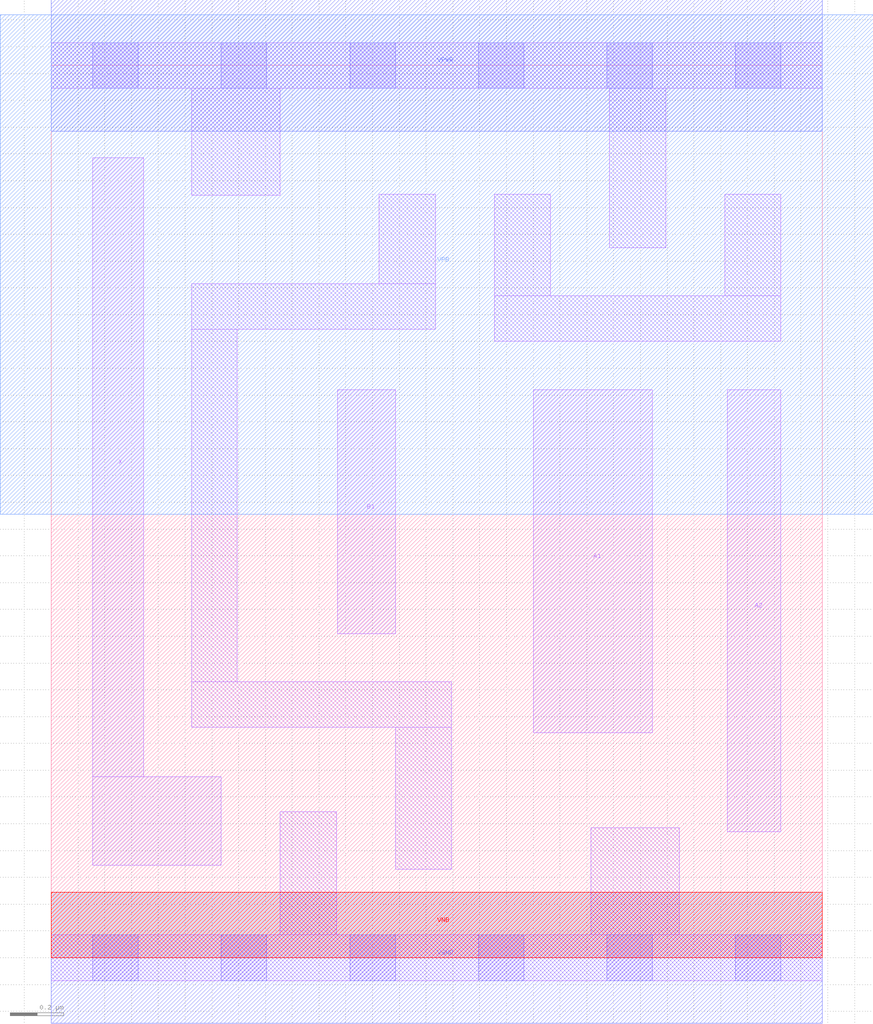
<source format=lef>
# Copyright 2020 The SkyWater PDK Authors
#
# Licensed under the Apache License, Version 2.0 (the "License");
# you may not use this file except in compliance with the License.
# You may obtain a copy of the License at
#
#     https://www.apache.org/licenses/LICENSE-2.0
#
# Unless required by applicable law or agreed to in writing, software
# distributed under the License is distributed on an "AS IS" BASIS,
# WITHOUT WARRANTIES OR CONDITIONS OF ANY KIND, either express or implied.
# See the License for the specific language governing permissions and
# limitations under the License.
#
# SPDX-License-Identifier: Apache-2.0

VERSION 5.7 ;
  NOWIREEXTENSIONATPIN ON ;
  DIVIDERCHAR "/" ;
  BUSBITCHARS "[]" ;
MACRO sky130_fd_sc_lp__a21o_m
  CLASS CORE ;
  FOREIGN sky130_fd_sc_lp__a21o_m ;
  ORIGIN  0.000000  0.000000 ;
  SIZE  2.880000 BY  3.330000 ;
  SYMMETRY X Y R90 ;
  SITE unit ;
  PIN A1
    ANTENNAGATEAREA  0.126000 ;
    DIRECTION INPUT ;
    USE SIGNAL ;
    PORT
      LAYER li1 ;
        RECT 1.800000 0.840000 2.245000 2.120000 ;
    END
  END A1
  PIN A2
    ANTENNAGATEAREA  0.126000 ;
    DIRECTION INPUT ;
    USE SIGNAL ;
    PORT
      LAYER li1 ;
        RECT 2.525000 0.470000 2.725000 2.120000 ;
    END
  END A2
  PIN B1
    ANTENNAGATEAREA  0.126000 ;
    DIRECTION INPUT ;
    USE SIGNAL ;
    PORT
      LAYER li1 ;
        RECT 1.070000 1.210000 1.285000 2.120000 ;
    END
  END B1
  PIN X
    ANTENNADIFFAREA  0.222600 ;
    DIRECTION OUTPUT ;
    USE SIGNAL ;
    PORT
      LAYER li1 ;
        RECT 0.155000 0.345000 0.635000 0.675000 ;
        RECT 0.155000 0.675000 0.345000 2.985000 ;
    END
  END X
  PIN VGND
    DIRECTION INOUT ;
    USE GROUND ;
    PORT
      LAYER met1 ;
        RECT 0.000000 -0.245000 2.880000 0.245000 ;
    END
  END VGND
  PIN VNB
    DIRECTION INOUT ;
    USE GROUND ;
    PORT
      LAYER pwell ;
        RECT 0.000000 0.000000 2.880000 0.245000 ;
    END
  END VNB
  PIN VPB
    DIRECTION INOUT ;
    USE POWER ;
    PORT
      LAYER nwell ;
        RECT -0.190000 1.655000 3.070000 3.520000 ;
    END
  END VPB
  PIN VPWR
    DIRECTION INOUT ;
    USE POWER ;
    PORT
      LAYER met1 ;
        RECT 0.000000 3.085000 2.880000 3.575000 ;
    END
  END VPWR
  OBS
    LAYER li1 ;
      RECT 0.000000 -0.085000 2.880000 0.085000 ;
      RECT 0.000000  3.245000 2.880000 3.415000 ;
      RECT 0.525000  0.860000 1.495000 1.030000 ;
      RECT 0.525000  1.030000 0.695000 2.345000 ;
      RECT 0.525000  2.345000 1.435000 2.515000 ;
      RECT 0.525000  2.845000 0.855000 3.245000 ;
      RECT 0.855000  0.085000 1.065000 0.545000 ;
      RECT 1.225000  2.515000 1.435000 2.850000 ;
      RECT 1.285000  0.330000 1.495000 0.860000 ;
      RECT 1.655000  2.300000 2.725000 2.470000 ;
      RECT 1.655000  2.470000 1.865000 2.850000 ;
      RECT 2.015000  0.085000 2.345000 0.485000 ;
      RECT 2.085000  2.650000 2.295000 3.245000 ;
      RECT 2.515000  2.470000 2.725000 2.850000 ;
    LAYER mcon ;
      RECT 0.155000 -0.085000 0.325000 0.085000 ;
      RECT 0.155000  3.245000 0.325000 3.415000 ;
      RECT 0.635000 -0.085000 0.805000 0.085000 ;
      RECT 0.635000  3.245000 0.805000 3.415000 ;
      RECT 1.115000 -0.085000 1.285000 0.085000 ;
      RECT 1.115000  3.245000 1.285000 3.415000 ;
      RECT 1.595000 -0.085000 1.765000 0.085000 ;
      RECT 1.595000  3.245000 1.765000 3.415000 ;
      RECT 2.075000 -0.085000 2.245000 0.085000 ;
      RECT 2.075000  3.245000 2.245000 3.415000 ;
      RECT 2.555000 -0.085000 2.725000 0.085000 ;
      RECT 2.555000  3.245000 2.725000 3.415000 ;
  END
END sky130_fd_sc_lp__a21o_m
END LIBRARY

</source>
